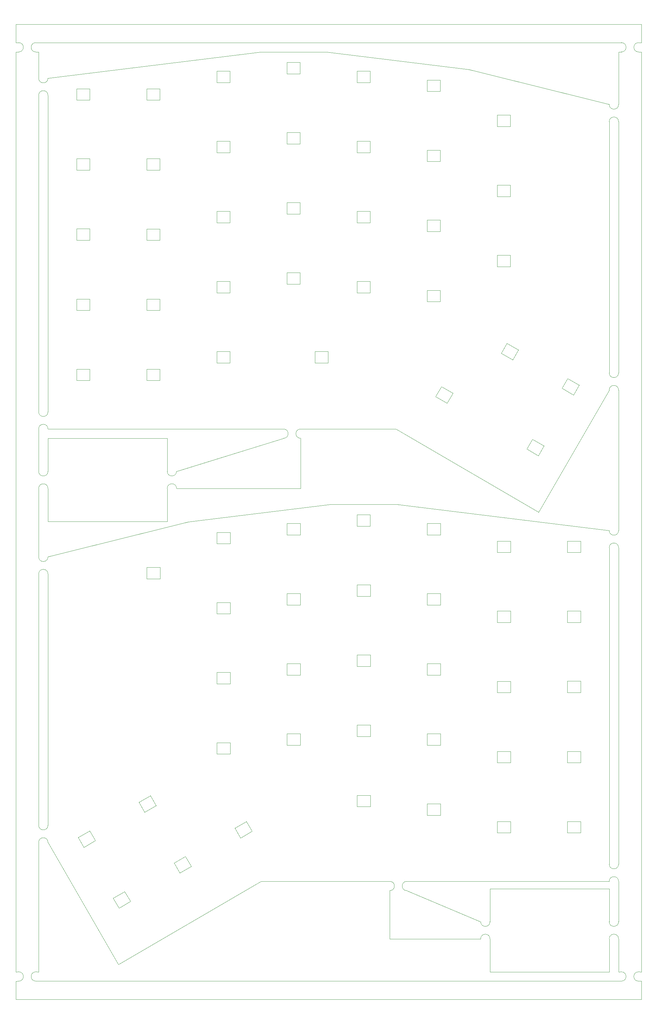
<source format=gbr>
%TF.GenerationSoftware,KiCad,Pcbnew,7.0.8*%
%TF.CreationDate,2024-02-17T13:20:42-05:00*%
%TF.ProjectId,ergothwack,6572676f-7468-4776-9163-6b2e6b696361,rev?*%
%TF.SameCoordinates,Original*%
%TF.FileFunction,Profile,NP*%
%FSLAX46Y46*%
G04 Gerber Fmt 4.6, Leading zero omitted, Abs format (unit mm)*
G04 Created by KiCad (PCBNEW 7.0.8) date 2024-02-17 13:20:42*
%MOMM*%
%LPD*%
G01*
G04 APERTURE LIST*
%TA.AperFunction,Profile*%
%ADD10C,0.100000*%
%TD*%
%TA.AperFunction,Profile*%
%ADD11C,0.120000*%
%TD*%
G04 APERTURE END LIST*
D10*
X19200000Y-263000000D02*
X18440000Y-262995000D01*
X13000000Y-263000000D02*
X13780000Y-262995000D01*
X177570000Y-262990000D02*
X176810000Y-263000000D01*
X183000000Y-263000000D02*
X182230000Y-262990000D01*
X13000000Y-13000000D02*
X13770000Y-13000000D01*
X19200000Y-13000000D02*
X18430000Y-13000000D01*
X176810000Y-13000000D02*
X177580000Y-13000000D01*
X183000000Y-13000000D02*
X182240000Y-13000000D01*
X13000000Y-270500000D02*
X183000000Y-270500000D01*
X13000000Y-265540000D02*
X13000000Y-270500000D01*
X13780000Y-265535000D02*
X13000000Y-265540000D01*
X183000000Y-265530000D02*
X183000000Y-270500000D01*
X182230000Y-265530000D02*
X183000000Y-265530000D01*
X18440000Y-265535000D02*
X177570000Y-265530000D01*
X183000000Y-5500000D02*
X13000000Y-5500000D01*
X183000000Y-10460000D02*
X183000000Y-5500000D01*
X182240000Y-10460000D02*
X183000000Y-10460000D01*
X18430000Y-10460000D02*
X177580000Y-10460000D01*
X13000000Y-10460000D02*
X13000000Y-5500000D01*
X13770000Y-10460000D02*
X13000000Y-10460000D01*
X21740000Y-24790000D02*
X21740000Y-110790000D01*
X174270000Y-100230000D02*
X174270000Y-31940000D01*
X90390000Y-131630000D02*
X90390000Y-118000000D01*
X56680000Y-131620000D02*
X90390000Y-131630000D01*
X54136997Y-140595628D02*
X54140000Y-131620000D01*
X21736997Y-140595628D02*
X54136997Y-140595628D01*
X21740000Y-131630000D02*
X21736997Y-140595628D01*
X21736997Y-117995628D02*
X21740000Y-126970000D01*
X54136997Y-117995628D02*
X21736997Y-117995628D01*
X54140000Y-126960000D02*
X54136997Y-117995628D01*
X85730000Y-118000000D02*
X56680000Y-126960000D01*
X90390000Y-115460000D02*
X116340000Y-115460000D01*
X21740000Y-115450000D02*
X85730000Y-115460000D01*
X98530000Y-135936191D02*
X59880000Y-140696191D01*
X19200000Y-154880000D02*
X19200000Y-223160000D01*
X19200000Y-131630000D02*
X19200000Y-150220000D01*
X19200000Y-115450000D02*
X19200000Y-126970000D01*
X19200000Y-110790000D02*
X19200000Y-24790000D01*
X19200000Y-13000000D02*
X19200000Y-20130000D01*
X13000000Y-263000000D02*
X13000000Y-13000000D01*
X19200000Y-227820000D02*
X19200000Y-263000000D01*
X21740000Y-154880000D02*
X21740000Y-223160000D01*
X174270000Y-233740000D02*
X174270000Y-147720000D01*
X119280000Y-238400000D02*
X174270000Y-238400000D01*
X114620000Y-238400000D02*
X79667244Y-238401064D01*
X174270000Y-263000000D02*
X174270000Y-254030000D01*
X141870000Y-263000000D02*
X174270000Y-263000000D01*
X141870000Y-254040000D02*
X141870000Y-263000000D01*
X141870000Y-240400000D02*
X141870000Y-249380000D01*
X174270000Y-240400000D02*
X141870000Y-240400000D01*
X174270000Y-249370000D02*
X174270000Y-240400000D01*
X176810000Y-238400000D02*
X176810000Y-249370000D01*
X176810000Y-147720000D02*
X176810000Y-233740000D01*
X176810000Y-104890000D02*
X176810000Y-143060000D01*
X176810000Y-31940000D02*
X176810000Y-100230000D01*
X176810000Y-13000000D02*
X176810000Y-27280000D01*
X183000000Y-263000000D02*
X183000000Y-13000000D01*
X176810000Y-254030000D02*
X176810000Y-263000000D01*
X114620000Y-240940000D02*
X114620000Y-254030000D01*
X139330000Y-254040000D02*
X114620000Y-254030000D01*
X119280000Y-240940000D02*
X139330000Y-249380000D01*
X174270000Y-238396191D02*
X173690000Y-238396191D01*
X59880000Y-140696191D02*
X21740000Y-150216191D01*
X116540000Y-135936191D02*
X98530000Y-135936191D01*
X40890000Y-260976191D02*
X21740000Y-227820000D01*
X174270000Y-143056191D02*
X116540000Y-135936191D01*
X79667244Y-238401064D02*
X40890000Y-260976191D01*
X79470000Y-12997496D02*
X21740000Y-20130000D01*
X97480000Y-12997496D02*
X79470000Y-12997496D01*
X136130000Y-17757496D02*
X97480000Y-12997496D01*
X174270000Y-27280000D02*
X136130000Y-17757496D01*
X155120000Y-138037496D02*
X116340000Y-115460000D01*
X174270000Y-104890000D02*
X155120000Y-138037496D01*
%TO.C,mouse-bite-2.54mm-slot*%
X177570000Y-265530000D02*
G75*
G03*
X177570000Y-262990000I0J1270000D01*
G01*
X182230000Y-262990000D02*
G75*
G03*
X182230000Y-265530000I0J-1270000D01*
G01*
X13780000Y-265535000D02*
G75*
G03*
X13780000Y-262995000I0J1270000D01*
G01*
X18440000Y-262995000D02*
G75*
G03*
X18440000Y-265535000I0J-1270000D01*
G01*
X182240000Y-10460000D02*
G75*
G03*
X182240000Y-13000000I0J-1270000D01*
G01*
X177580000Y-13000000D02*
G75*
G03*
X177580000Y-10460000I0J1270000D01*
G01*
X18430000Y-10460000D02*
G75*
G03*
X18430000Y-13000000I0J-1270000D01*
G01*
X13770000Y-13000000D02*
G75*
G03*
X13770000Y-10460000I0J1270000D01*
G01*
X85730000Y-118000000D02*
G75*
G03*
X85730000Y-115460000I0J1270000D01*
G01*
X90390000Y-115460000D02*
G75*
G03*
X90390000Y-118000000I0J-1270000D01*
G01*
X119280000Y-238400000D02*
G75*
G03*
X119280000Y-240940000I0J-1270000D01*
G01*
X114620000Y-240940000D02*
G75*
G03*
X114620000Y-238400000I0J1270000D01*
G01*
X141870000Y-254040000D02*
G75*
G03*
X139330000Y-254040000I-1270000J0D01*
G01*
X139330000Y-249380000D02*
G75*
G03*
X141870000Y-249380000I1270000J0D01*
G01*
X174270000Y-249370000D02*
G75*
G03*
X176810000Y-249370000I1270000J0D01*
G01*
X176810000Y-254030000D02*
G75*
G03*
X174270000Y-254030000I-1270000J0D01*
G01*
X174270000Y-233740000D02*
G75*
G03*
X176810000Y-233740000I1270000J0D01*
G01*
X176810000Y-238400000D02*
G75*
G03*
X174270000Y-238400000I-1270000J0D01*
G01*
X174270000Y-143060000D02*
G75*
G03*
X176810000Y-143060000I1270000J0D01*
G01*
X176810000Y-147720000D02*
G75*
G03*
X174270000Y-147720000I-1270000J0D01*
G01*
X21740000Y-227820000D02*
G75*
G03*
X19200000Y-227820000I-1270000J0D01*
G01*
X19200000Y-223160000D02*
G75*
G03*
X21740000Y-223160000I1270000J0D01*
G01*
X21740000Y-154880000D02*
G75*
G03*
X19200000Y-154880000I-1270000J0D01*
G01*
X19200000Y-150220000D02*
G75*
G03*
X21740000Y-150220000I1270000J0D01*
G01*
X54140000Y-126960000D02*
G75*
G03*
X56680000Y-126960000I1270000J0D01*
G01*
X56680000Y-131620000D02*
G75*
G03*
X54140000Y-131620000I-1270000J0D01*
G01*
X21740000Y-131630000D02*
G75*
G03*
X19200000Y-131630000I-1270000J0D01*
G01*
X19200000Y-126970000D02*
G75*
G03*
X21740000Y-126970000I1270000J0D01*
G01*
X174270000Y-100230000D02*
G75*
G03*
X176810000Y-100230000I1270000J0D01*
G01*
X176810000Y-104890000D02*
G75*
G03*
X174270000Y-104890000I-1270000J0D01*
G01*
X174270000Y-27280000D02*
G75*
G03*
X176810000Y-27280000I1270000J0D01*
G01*
X176810000Y-31940000D02*
G75*
G03*
X174270000Y-31940000I-1270000J0D01*
G01*
X21740000Y-115450000D02*
G75*
G03*
X19200000Y-115450000I-1270000J0D01*
G01*
X19200000Y-110790000D02*
G75*
G03*
X21740000Y-110790000I1270000J0D01*
G01*
X21740000Y-24790000D02*
G75*
G03*
X19200000Y-24790000I-1270000J0D01*
G01*
X19200000Y-20130000D02*
G75*
G03*
X21740000Y-20130000I1270000J0D01*
G01*
D11*
%TO.C,L-K-LED13*%
X128360000Y-39657496D02*
X128360000Y-42757496D01*
X128360000Y-42757496D02*
X124760000Y-42757496D01*
X124760000Y-39657496D02*
X128360000Y-39657496D01*
X124760000Y-42757496D02*
X124760000Y-39657496D01*
%TO.C,L-K-LED0*%
X29510000Y-26067496D02*
X29510000Y-22967496D01*
X29510000Y-22967496D02*
X33110000Y-22967496D01*
X33110000Y-26067496D02*
X29510000Y-26067496D01*
X33110000Y-22967496D02*
X33110000Y-26067496D01*
%TO.C,R-K-LED36*%
X166500000Y-222106191D02*
X166500000Y-225206191D01*
X166500000Y-225206191D02*
X162900000Y-225206191D01*
X162900000Y-222106191D02*
X166500000Y-222106191D01*
X162900000Y-225206191D02*
X162900000Y-222106191D01*
%TO.C,R-K-LED35*%
X147450000Y-222106191D02*
X147450000Y-225206191D01*
X147450000Y-225206191D02*
X143850000Y-225206191D01*
X143850000Y-222106191D02*
X147450000Y-222106191D01*
X143850000Y-225206191D02*
X143850000Y-222106191D01*
%TO.C,R-K-LED34*%
X128400000Y-217346191D02*
X128400000Y-220446191D01*
X128400000Y-220446191D02*
X124800000Y-220446191D01*
X124800000Y-217346191D02*
X128400000Y-217346191D01*
X124800000Y-220446191D02*
X124800000Y-217346191D01*
%TO.C,R-K-LED33*%
X109350000Y-214996191D02*
X109350000Y-218096191D01*
X109350000Y-218096191D02*
X105750000Y-218096191D01*
X105750000Y-214996191D02*
X109350000Y-214996191D01*
X105750000Y-218096191D02*
X105750000Y-214996191D01*
%TO.C,R-K-LED32*%
X75633846Y-222113852D02*
X77183846Y-224798530D01*
X77183846Y-224798530D02*
X74066154Y-226598530D01*
X72516154Y-223913852D02*
X75633846Y-222113852D01*
X74066154Y-226598530D02*
X72516154Y-223913852D01*
%TO.C,R-K-LED31*%
X59113846Y-231643852D02*
X60663846Y-234328530D01*
X60663846Y-234328530D02*
X57546154Y-236128530D01*
X55996154Y-233443852D02*
X59113846Y-231643852D01*
X57546154Y-236128530D02*
X55996154Y-233443852D01*
%TO.C,R-K-LED30*%
X42583846Y-241173852D02*
X44133846Y-243858530D01*
X44133846Y-243858530D02*
X41016154Y-245658530D01*
X39466154Y-242973852D02*
X42583846Y-241173852D01*
X41016154Y-245658530D02*
X39466154Y-242973852D01*
%TO.C,R-K-LED29*%
X162900000Y-206156191D02*
X162900000Y-203056191D01*
X162900000Y-203056191D02*
X166500000Y-203056191D01*
X166500000Y-206156191D02*
X162900000Y-206156191D01*
X166500000Y-203056191D02*
X166500000Y-206156191D01*
%TO.C,R-K-LED28*%
X143850000Y-206156191D02*
X143850000Y-203056191D01*
X143850000Y-203056191D02*
X147450000Y-203056191D01*
X147450000Y-206156191D02*
X143850000Y-206156191D01*
X147450000Y-203056191D02*
X147450000Y-206156191D01*
%TO.C,R-K-LED27*%
X124800000Y-201396191D02*
X124800000Y-198296191D01*
X124800000Y-198296191D02*
X128400000Y-198296191D01*
X128400000Y-201396191D02*
X124800000Y-201396191D01*
X128400000Y-198296191D02*
X128400000Y-201396191D01*
%TO.C,R-K-LED26*%
X105750000Y-199026191D02*
X105750000Y-195926191D01*
X105750000Y-195926191D02*
X109350000Y-195926191D01*
X109350000Y-199026191D02*
X105750000Y-199026191D01*
X109350000Y-195926191D02*
X109350000Y-199026191D01*
%TO.C,R-K-LED25*%
X86700000Y-201386191D02*
X86700000Y-198286191D01*
X86700000Y-198286191D02*
X90300000Y-198286191D01*
X90300000Y-201386191D02*
X86700000Y-201386191D01*
X90300000Y-198286191D02*
X90300000Y-201386191D01*
%TO.C,R-K-LED24*%
X67650000Y-203796191D02*
X67650000Y-200696191D01*
X67650000Y-200696191D02*
X71250000Y-200696191D01*
X71250000Y-203796191D02*
X67650000Y-203796191D01*
X71250000Y-200696191D02*
X71250000Y-203796191D01*
%TO.C,R-K-LED23*%
X47986154Y-219618530D02*
X46436154Y-216933852D01*
X46436154Y-216933852D02*
X49553846Y-215133852D01*
X51103846Y-217818530D02*
X47986154Y-219618530D01*
X49553846Y-215133852D02*
X51103846Y-217818530D01*
%TO.C,R-K-LED22*%
X31476154Y-229148530D02*
X29926154Y-226463852D01*
X29926154Y-226463852D02*
X33043846Y-224663852D01*
X34593846Y-227348530D02*
X31476154Y-229148530D01*
X33043846Y-224663852D02*
X34593846Y-227348530D01*
%TO.C,R-K-LED21*%
X166500000Y-183996191D02*
X166500000Y-187096191D01*
X166500000Y-187096191D02*
X162900000Y-187096191D01*
X162900000Y-183996191D02*
X166500000Y-183996191D01*
X162900000Y-187096191D02*
X162900000Y-183996191D01*
%TO.C,R-K-LED20*%
X147450000Y-184006191D02*
X147450000Y-187106191D01*
X147450000Y-187106191D02*
X143850000Y-187106191D01*
X143850000Y-184006191D02*
X147450000Y-184006191D01*
X143850000Y-187106191D02*
X143850000Y-184006191D01*
%TO.C,R-K-LED19*%
X128400000Y-179246191D02*
X128400000Y-182346191D01*
X128400000Y-182346191D02*
X124800000Y-182346191D01*
X124800000Y-179246191D02*
X128400000Y-179246191D01*
X124800000Y-182346191D02*
X124800000Y-179246191D01*
%TO.C,R-K-LED18*%
X109350000Y-176856191D02*
X109350000Y-179956191D01*
X109350000Y-179956191D02*
X105750000Y-179956191D01*
X105750000Y-176856191D02*
X109350000Y-176856191D01*
X105750000Y-179956191D02*
X105750000Y-176856191D01*
%TO.C,R-K-LED17*%
X90300000Y-179236191D02*
X90300000Y-182336191D01*
X90300000Y-182336191D02*
X86700000Y-182336191D01*
X86700000Y-179236191D02*
X90300000Y-179236191D01*
X86700000Y-182336191D02*
X86700000Y-179236191D01*
%TO.C,R-K-LED16*%
X71250000Y-181626191D02*
X71250000Y-184726191D01*
X71250000Y-184726191D02*
X67650000Y-184726191D01*
X67650000Y-181626191D02*
X71250000Y-181626191D01*
X67650000Y-184726191D02*
X67650000Y-181626191D01*
%TO.C,R-K-LED14*%
X162900000Y-168046191D02*
X162900000Y-164946191D01*
X162900000Y-164946191D02*
X166500000Y-164946191D01*
X166500000Y-168046191D02*
X162900000Y-168046191D01*
X166500000Y-164946191D02*
X166500000Y-168046191D01*
%TO.C,R-K-LED13*%
X143850000Y-168046191D02*
X143850000Y-164946191D01*
X143850000Y-164946191D02*
X147450000Y-164946191D01*
X147450000Y-168046191D02*
X143850000Y-168046191D01*
X147450000Y-164946191D02*
X147450000Y-168046191D01*
%TO.C,R-K-LED12*%
X124800000Y-163296191D02*
X124800000Y-160196191D01*
X124800000Y-160196191D02*
X128400000Y-160196191D01*
X128400000Y-163296191D02*
X124800000Y-163296191D01*
X128400000Y-160196191D02*
X128400000Y-163296191D01*
%TO.C,R-K-LED11*%
X105750000Y-160926191D02*
X105750000Y-157826191D01*
X105750000Y-157826191D02*
X109350000Y-157826191D01*
X109350000Y-160926191D02*
X105750000Y-160926191D01*
X109350000Y-157826191D02*
X109350000Y-160926191D01*
%TO.C,R-K-LED10*%
X86700000Y-163286191D02*
X86700000Y-160186191D01*
X86700000Y-160186191D02*
X90300000Y-160186191D01*
X90300000Y-163286191D02*
X86700000Y-163286191D01*
X90300000Y-160186191D02*
X90300000Y-163286191D01*
%TO.C,R-K-LED9*%
X67650000Y-165696191D02*
X67650000Y-162596191D01*
X67650000Y-162596191D02*
X71250000Y-162596191D01*
X71250000Y-165696191D02*
X67650000Y-165696191D01*
X71250000Y-162596191D02*
X71250000Y-165696191D01*
%TO.C,R-K-LED7*%
X166500000Y-145906191D02*
X166500000Y-149006191D01*
X166500000Y-149006191D02*
X162900000Y-149006191D01*
X162900000Y-145906191D02*
X166500000Y-145906191D01*
X162900000Y-149006191D02*
X162900000Y-145906191D01*
%TO.C,R-K-LED6*%
X147450000Y-145906191D02*
X147450000Y-149006191D01*
X147450000Y-149006191D02*
X143850000Y-149006191D01*
X143850000Y-145906191D02*
X147450000Y-145906191D01*
X143850000Y-149006191D02*
X143850000Y-145906191D01*
%TO.C,R-K-LED5*%
X128400000Y-141136191D02*
X128400000Y-144236191D01*
X128400000Y-144236191D02*
X124800000Y-144236191D01*
X124800000Y-141136191D02*
X128400000Y-141136191D01*
X124800000Y-144236191D02*
X124800000Y-141136191D01*
%TO.C,R-K-LED4*%
X109320000Y-138786191D02*
X109320000Y-141886191D01*
X109320000Y-141886191D02*
X105720000Y-141886191D01*
X105720000Y-138786191D02*
X109320000Y-138786191D01*
X105720000Y-141886191D02*
X105720000Y-138786191D01*
%TO.C,R-K-LED3*%
X90300000Y-141136191D02*
X90300000Y-144236191D01*
X90300000Y-144236191D02*
X86700000Y-144236191D01*
X86700000Y-141136191D02*
X90300000Y-141136191D01*
X86700000Y-144236191D02*
X86700000Y-141136191D01*
%TO.C,R-K-LED2*%
X71250000Y-143536191D02*
X71250000Y-146636191D01*
X71250000Y-146636191D02*
X67650000Y-146636191D01*
X67650000Y-143536191D02*
X71250000Y-143536191D01*
X67650000Y-146636191D02*
X67650000Y-143536191D01*
%TO.C,R-K-LED1*%
X52190000Y-153056191D02*
X52190000Y-156156191D01*
X52190000Y-156156191D02*
X48590000Y-156156191D01*
X48590000Y-153056191D02*
X52190000Y-153056191D01*
X48590000Y-156156191D02*
X48590000Y-153056191D01*
%TO.C,L-K-LED38*%
X166083846Y-103525157D02*
X164533846Y-106209835D01*
X164533846Y-106209835D02*
X161416154Y-104409835D01*
X162966154Y-101725157D02*
X166083846Y-103525157D01*
X161416154Y-104409835D02*
X162966154Y-101725157D01*
%TO.C,L-K-LED37*%
X151876154Y-120919835D02*
X153426154Y-118235157D01*
X153426154Y-118235157D02*
X156543846Y-120035157D01*
X154993846Y-122719835D02*
X151876154Y-120919835D01*
X156543846Y-120035157D02*
X154993846Y-122719835D01*
%TO.C,L-K-LED36*%
X127096154Y-106629835D02*
X128646154Y-103945157D01*
X128646154Y-103945157D02*
X131763846Y-105745157D01*
X130213846Y-108429835D02*
X127096154Y-106629835D01*
X131763846Y-105745157D02*
X130213846Y-108429835D01*
%TO.C,L-K-LED35*%
X94280000Y-97507496D02*
X94280000Y-94407496D01*
X94280000Y-94407496D02*
X97880000Y-94407496D01*
X97880000Y-97507496D02*
X94280000Y-97507496D01*
X97880000Y-94407496D02*
X97880000Y-97507496D01*
%TO.C,L-K-LED34*%
X67610000Y-97507496D02*
X67610000Y-94407496D01*
X67610000Y-94407496D02*
X71210000Y-94407496D01*
X71210000Y-97507496D02*
X67610000Y-97507496D01*
X71210000Y-94407496D02*
X71210000Y-97507496D01*
%TO.C,L-K-LED33*%
X48560000Y-102267496D02*
X48560000Y-99167496D01*
X48560000Y-99167496D02*
X52160000Y-99167496D01*
X52160000Y-102267496D02*
X48560000Y-102267496D01*
X52160000Y-99167496D02*
X52160000Y-102267496D01*
%TO.C,L-K-LED32*%
X29510000Y-102267496D02*
X29510000Y-99167496D01*
X29510000Y-99167496D02*
X33110000Y-99167496D01*
X33110000Y-102267496D02*
X29510000Y-102267496D01*
X33110000Y-99167496D02*
X33110000Y-102267496D01*
%TO.C,L-K-LED30*%
X149573846Y-93995157D02*
X148023846Y-96679835D01*
X148023846Y-96679835D02*
X144906154Y-94879835D01*
X146456154Y-92195157D02*
X149573846Y-93995157D01*
X144906154Y-94879835D02*
X146456154Y-92195157D01*
%TO.C,L-K-LED29*%
X128360000Y-77757496D02*
X128360000Y-80857496D01*
X128360000Y-80857496D02*
X124760000Y-80857496D01*
X124760000Y-77757496D02*
X128360000Y-77757496D01*
X124760000Y-80857496D02*
X124760000Y-77757496D01*
%TO.C,L-K-LED28*%
X109310000Y-75347496D02*
X109310000Y-78447496D01*
X109310000Y-78447496D02*
X105710000Y-78447496D01*
X105710000Y-75347496D02*
X109310000Y-75347496D01*
X105710000Y-78447496D02*
X105710000Y-75347496D01*
%TO.C,L-K-LED27*%
X90260000Y-72987496D02*
X90260000Y-76087496D01*
X90260000Y-76087496D02*
X86660000Y-76087496D01*
X86660000Y-72987496D02*
X90260000Y-72987496D01*
X86660000Y-76087496D02*
X86660000Y-72987496D01*
%TO.C,L-K-LED26*%
X71210000Y-75357496D02*
X71210000Y-78457496D01*
X71210000Y-78457496D02*
X67610000Y-78457496D01*
X67610000Y-75357496D02*
X71210000Y-75357496D01*
X67610000Y-78457496D02*
X67610000Y-75357496D01*
%TO.C,L-K-LED25*%
X52160000Y-80117496D02*
X52160000Y-83217496D01*
X52160000Y-83217496D02*
X48560000Y-83217496D01*
X48560000Y-80117496D02*
X52160000Y-80117496D01*
X48560000Y-83217496D02*
X48560000Y-80117496D01*
%TO.C,L-K-LED24*%
X33110000Y-80117496D02*
X33110000Y-83217496D01*
X33110000Y-83217496D02*
X29510000Y-83217496D01*
X29510000Y-80117496D02*
X33110000Y-80117496D01*
X29510000Y-83217496D02*
X29510000Y-80117496D01*
%TO.C,L-K-LED22*%
X143810000Y-71317496D02*
X143810000Y-68217496D01*
X143810000Y-68217496D02*
X147410000Y-68217496D01*
X147410000Y-71317496D02*
X143810000Y-71317496D01*
X147410000Y-68217496D02*
X147410000Y-71317496D01*
%TO.C,L-K-LED21*%
X124760000Y-61787496D02*
X124760000Y-58687496D01*
X124760000Y-58687496D02*
X128360000Y-58687496D01*
X128360000Y-61787496D02*
X124760000Y-61787496D01*
X128360000Y-58687496D02*
X128360000Y-61787496D01*
%TO.C,L-K-LED20*%
X105710000Y-59397496D02*
X105710000Y-56297496D01*
X105710000Y-56297496D02*
X109310000Y-56297496D01*
X109310000Y-59397496D02*
X105710000Y-59397496D01*
X109310000Y-56297496D02*
X109310000Y-59397496D01*
%TO.C,L-K-LED19*%
X86660000Y-57017496D02*
X86660000Y-53917496D01*
X86660000Y-53917496D02*
X90260000Y-53917496D01*
X90260000Y-57017496D02*
X86660000Y-57017496D01*
X90260000Y-53917496D02*
X90260000Y-57017496D01*
%TO.C,L-K-LED18*%
X67610000Y-59407496D02*
X67610000Y-56307496D01*
X67610000Y-56307496D02*
X71210000Y-56307496D01*
X71210000Y-59407496D02*
X67610000Y-59407496D01*
X71210000Y-56307496D02*
X71210000Y-59407496D01*
%TO.C,L-K-LED17*%
X48560000Y-64167496D02*
X48560000Y-61067496D01*
X48560000Y-61067496D02*
X52160000Y-61067496D01*
X52160000Y-64167496D02*
X48560000Y-64167496D01*
X52160000Y-61067496D02*
X52160000Y-64167496D01*
%TO.C,L-K-LED16*%
X29510000Y-64157496D02*
X29510000Y-61057496D01*
X29510000Y-61057496D02*
X33110000Y-61057496D01*
X33110000Y-64157496D02*
X29510000Y-64157496D01*
X33110000Y-61057496D02*
X33110000Y-64157496D01*
%TO.C,L-K-LED14*%
X147410000Y-49177496D02*
X147410000Y-52277496D01*
X147410000Y-52277496D02*
X143810000Y-52277496D01*
X143810000Y-49177496D02*
X147410000Y-49177496D01*
X143810000Y-52277496D02*
X143810000Y-49177496D01*
%TO.C,L-K-LED12*%
X109310000Y-37247496D02*
X109310000Y-40347496D01*
X109310000Y-40347496D02*
X105710000Y-40347496D01*
X105710000Y-37247496D02*
X109310000Y-37247496D01*
X105710000Y-40347496D02*
X105710000Y-37247496D01*
%TO.C,L-K-LED11*%
X90260000Y-34887496D02*
X90260000Y-37987496D01*
X90260000Y-37987496D02*
X86660000Y-37987496D01*
X86660000Y-34887496D02*
X90260000Y-34887496D01*
X86660000Y-37987496D02*
X86660000Y-34887496D01*
%TO.C,L-K-LED10*%
X71210000Y-37257496D02*
X71210000Y-40357496D01*
X71210000Y-40357496D02*
X67610000Y-40357496D01*
X67610000Y-37257496D02*
X71210000Y-37257496D01*
X67610000Y-40357496D02*
X67610000Y-37257496D01*
%TO.C,L-K-LED9*%
X52160000Y-42007496D02*
X52160000Y-45107496D01*
X52160000Y-45107496D02*
X48560000Y-45107496D01*
X48560000Y-42007496D02*
X52160000Y-42007496D01*
X48560000Y-45107496D02*
X48560000Y-42007496D01*
%TO.C,L-K-LED8*%
X33110000Y-42007496D02*
X33110000Y-45107496D01*
X33110000Y-45107496D02*
X29510000Y-45107496D01*
X29510000Y-42007496D02*
X33110000Y-42007496D01*
X29510000Y-45107496D02*
X29510000Y-42007496D01*
%TO.C,L-K-LED6*%
X143820000Y-33217496D02*
X143820000Y-30117496D01*
X143820000Y-30117496D02*
X147420000Y-30117496D01*
X147420000Y-33217496D02*
X143820000Y-33217496D01*
X147420000Y-30117496D02*
X147420000Y-33217496D01*
%TO.C,L-K-LED5*%
X124760000Y-23697496D02*
X124760000Y-20597496D01*
X124760000Y-20597496D02*
X128360000Y-20597496D01*
X128360000Y-23697496D02*
X124760000Y-23697496D01*
X128360000Y-20597496D02*
X128360000Y-23697496D01*
%TO.C,L-K-LED4*%
X105710000Y-21297496D02*
X105710000Y-18197496D01*
X105710000Y-18197496D02*
X109310000Y-18197496D01*
X109310000Y-21297496D02*
X105710000Y-21297496D01*
X109310000Y-18197496D02*
X109310000Y-21297496D01*
%TO.C,L-K-LED3*%
X86660000Y-18947496D02*
X86660000Y-15847496D01*
X86660000Y-15847496D02*
X90260000Y-15847496D01*
X90260000Y-18947496D02*
X86660000Y-18947496D01*
X90260000Y-15847496D02*
X90260000Y-18947496D01*
%TO.C,L-K-LED2*%
X67610000Y-21297496D02*
X67610000Y-18197496D01*
X67610000Y-18197496D02*
X71210000Y-18197496D01*
X71210000Y-21297496D02*
X67610000Y-21297496D01*
X71210000Y-18197496D02*
X71210000Y-21297496D01*
%TO.C,L-K-LED1*%
X48560000Y-26067496D02*
X48560000Y-22967496D01*
X48560000Y-22967496D02*
X52160000Y-22967496D01*
X52160000Y-26067496D02*
X48560000Y-26067496D01*
X52160000Y-22967496D02*
X52160000Y-26067496D01*
%TD*%
M02*

</source>
